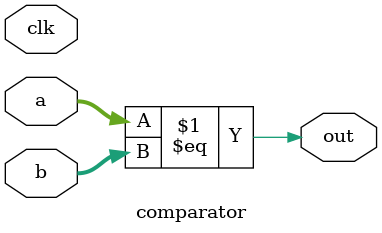
<source format=sv>
/*
 * N-bit comparator
 */
module comparator #(parameter width = 9)
(
    input clk,
    input [width-1:0] a, b,
    output logic out
);


assign out = a == b;

endmodule : comparator

</source>
